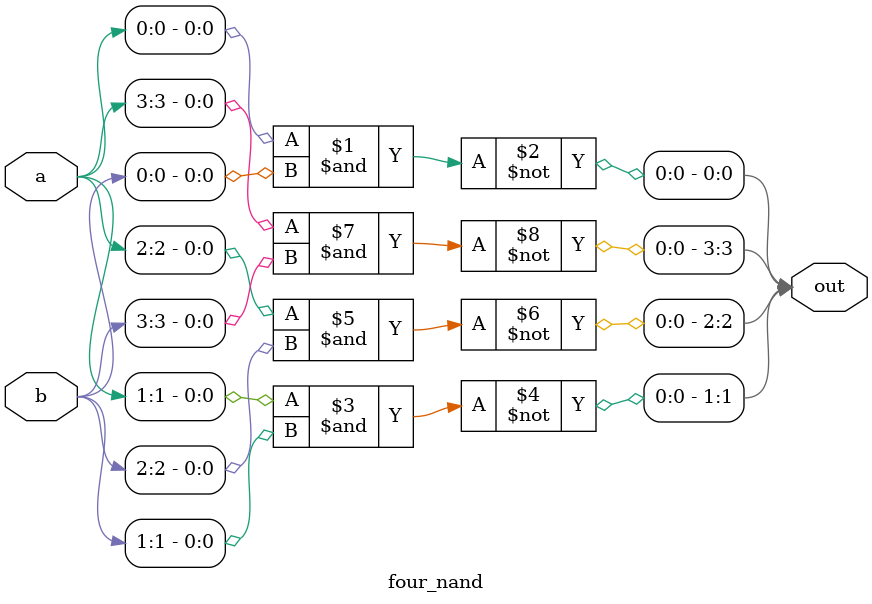
<source format=v>
`timescale 1ns / 1ps

module four_nand(a, b, out);

input [3:0]a;
input [3:0]b;
output [3:0]out;

nand zero(out[0], a[0], b[0]);
nand one(out[1], a[1], b[1]);
nand two(out[2], a[2], b[2]);
nand three(out[3], a[3], b[3]);

endmodule
// When 0000 and 0000 at end, get 1111. Why?
</source>
